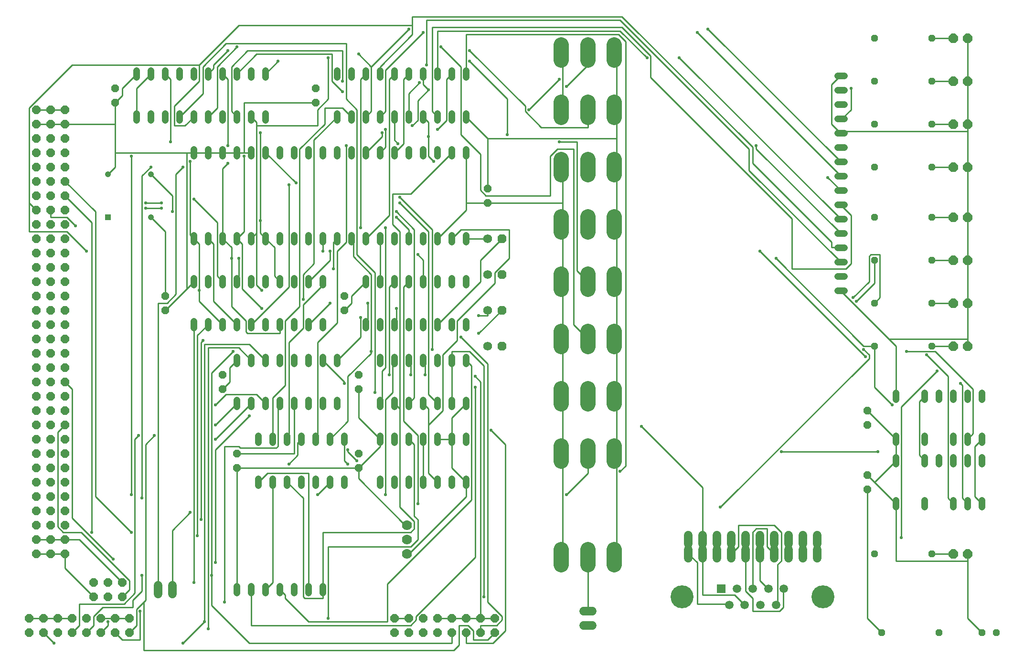
<source format=gbr>
G04 EAGLE Gerber RS-274X export*
G75*
%MOMM*%
%FSLAX34Y34*%
%LPD*%
%INTop Copper*%
%IPPOS*%
%AMOC8*
5,1,8,0,0,1.08239X$1,22.5*%
G01*
%ADD10P,1.649562X8X202.500000*%
%ADD11P,1.319650X8X202.500000*%
%ADD12C,1.219200*%
%ADD13C,1.500000*%
%ADD14R,1.500000X1.500000*%
%ADD15C,4.066000*%
%ADD16P,1.814519X8X22.500000*%
%ADD17C,2.705100*%
%ADD18P,1.649562X8X22.500000*%
%ADD19C,1.050000*%
%ADD20R,1.050000X1.050000*%
%ADD21C,1.524000*%
%ADD22C,1.200000*%
%ADD23C,1.778000*%
%ADD24P,1.704548X8X22.500000*%
%ADD25C,1.574800*%
%ADD26P,1.539592X8X112.500000*%
%ADD27C,0.254000*%
%ADD28C,0.558800*%


D10*
X50800Y177800D03*
X50800Y203200D03*
X50800Y228600D03*
X50800Y254000D03*
X50800Y279400D03*
X50800Y304800D03*
X50800Y330200D03*
X50800Y355600D03*
X50800Y381000D03*
X50800Y406400D03*
X50800Y431800D03*
X50800Y457200D03*
X50800Y482600D03*
X50800Y508000D03*
X50800Y533400D03*
X50800Y558800D03*
X76200Y177800D03*
X76200Y203200D03*
X76200Y228600D03*
X76200Y254000D03*
X76200Y279400D03*
X76200Y304800D03*
X76200Y330200D03*
X76200Y355600D03*
X76200Y381000D03*
X76200Y406400D03*
X76200Y431800D03*
X76200Y457200D03*
X76200Y482600D03*
X76200Y508000D03*
X76200Y533400D03*
X76200Y558800D03*
X101600Y177800D03*
X101600Y203200D03*
X101600Y228600D03*
X101600Y254000D03*
X101600Y279400D03*
X101600Y304800D03*
X101600Y330200D03*
X101600Y355600D03*
X101600Y381000D03*
X101600Y406400D03*
X101600Y431800D03*
X101600Y457200D03*
X101600Y482600D03*
X101600Y508000D03*
X101600Y533400D03*
X101600Y558800D03*
X50800Y584200D03*
X50800Y609600D03*
X50800Y635000D03*
X50800Y660400D03*
X50800Y685800D03*
X50800Y711200D03*
X50800Y736600D03*
X50800Y762000D03*
X50800Y787400D03*
X50800Y812800D03*
X50800Y838200D03*
X50800Y863600D03*
X50800Y889000D03*
X50800Y914400D03*
X50800Y939800D03*
X50800Y965200D03*
X76200Y584200D03*
X76200Y609600D03*
X76200Y635000D03*
X76200Y660400D03*
X76200Y685800D03*
X76200Y711200D03*
X76200Y736600D03*
X76200Y762000D03*
X76200Y787400D03*
X76200Y812800D03*
X76200Y838200D03*
X76200Y863600D03*
X76200Y889000D03*
X76200Y914400D03*
X76200Y939800D03*
X76200Y965200D03*
X101600Y584200D03*
X101600Y609600D03*
X101600Y635000D03*
X101600Y660400D03*
X101600Y685800D03*
X101600Y711200D03*
X101600Y736600D03*
X101600Y762000D03*
X101600Y787400D03*
X101600Y812800D03*
X101600Y838200D03*
X101600Y863600D03*
X101600Y889000D03*
X101600Y914400D03*
X101600Y939800D03*
X101600Y965200D03*
D11*
X1752600Y38100D03*
X1727200Y38100D03*
X1651000Y38100D03*
X1549400Y38100D03*
D12*
X330200Y730504D02*
X330200Y742696D01*
X355600Y742696D02*
X355600Y730504D01*
X482600Y730504D02*
X482600Y742696D01*
X508000Y742696D02*
X508000Y730504D01*
X381000Y730504D02*
X381000Y742696D01*
X406400Y742696D02*
X406400Y730504D01*
X457200Y730504D02*
X457200Y742696D01*
X431800Y742696D02*
X431800Y730504D01*
X533400Y730504D02*
X533400Y742696D01*
X558800Y742696D02*
X558800Y730504D01*
X584200Y730504D02*
X584200Y742696D01*
X609600Y742696D02*
X609600Y730504D01*
X635000Y730504D02*
X635000Y742696D01*
X660400Y742696D02*
X660400Y730504D01*
X685800Y730504D02*
X685800Y742696D01*
X711200Y742696D02*
X711200Y730504D01*
X736600Y730504D02*
X736600Y742696D01*
X762000Y742696D02*
X762000Y730504D01*
X787400Y730504D02*
X787400Y742696D01*
X812800Y742696D02*
X812800Y730504D01*
X812800Y882904D02*
X812800Y895096D01*
X787400Y895096D02*
X787400Y882904D01*
X762000Y882904D02*
X762000Y895096D01*
X736600Y895096D02*
X736600Y882904D01*
X711200Y882904D02*
X711200Y895096D01*
X685800Y895096D02*
X685800Y882904D01*
X660400Y882904D02*
X660400Y895096D01*
X635000Y895096D02*
X635000Y882904D01*
X609600Y882904D02*
X609600Y895096D01*
X584200Y895096D02*
X584200Y882904D01*
X558800Y882904D02*
X558800Y895096D01*
X533400Y895096D02*
X533400Y882904D01*
X508000Y882904D02*
X508000Y895096D01*
X482600Y895096D02*
X482600Y882904D01*
X457200Y882904D02*
X457200Y895096D01*
X431800Y895096D02*
X431800Y882904D01*
X406400Y882904D02*
X406400Y895096D01*
X381000Y895096D02*
X381000Y882904D01*
X355600Y882904D02*
X355600Y895096D01*
X330200Y895096D02*
X330200Y882904D01*
X635000Y590296D02*
X635000Y578104D01*
X660400Y578104D02*
X660400Y590296D01*
X787400Y590296D02*
X787400Y578104D01*
X812800Y578104D02*
X812800Y590296D01*
X685800Y590296D02*
X685800Y578104D01*
X711200Y578104D02*
X711200Y590296D01*
X762000Y590296D02*
X762000Y578104D01*
X736600Y578104D02*
X736600Y590296D01*
X812800Y654304D02*
X812800Y666496D01*
X787400Y666496D02*
X787400Y654304D01*
X762000Y654304D02*
X762000Y666496D01*
X736600Y666496D02*
X736600Y654304D01*
X711200Y654304D02*
X711200Y666496D01*
X685800Y666496D02*
X685800Y654304D01*
X660400Y654304D02*
X660400Y666496D01*
X635000Y666496D02*
X635000Y654304D01*
D13*
X1279250Y87400D03*
X1306950Y87400D03*
X1334650Y87400D03*
X1362350Y87400D03*
X1376200Y115800D03*
X1348500Y115800D03*
X1320800Y115800D03*
X1293100Y115800D03*
D14*
X1265400Y115800D03*
D15*
X1195850Y101600D03*
X1445750Y101600D03*
D16*
X1676400Y177800D03*
X1701800Y177800D03*
D17*
X1075690Y342075D02*
X1075690Y369126D01*
X1028700Y369126D02*
X1028700Y342075D01*
X981710Y342075D02*
X981710Y369126D01*
X1075690Y443675D02*
X1075690Y470726D01*
X1028700Y470726D02*
X1028700Y443675D01*
X981710Y443675D02*
X981710Y470726D01*
X1075690Y545275D02*
X1075690Y572326D01*
X1028700Y572326D02*
X1028700Y545275D01*
X981710Y545275D02*
X981710Y572326D01*
X1075690Y646875D02*
X1075690Y673926D01*
X1028700Y673926D02*
X1028700Y646875D01*
X981710Y646875D02*
X981710Y673926D01*
X1075690Y748475D02*
X1075690Y775526D01*
X1028700Y775526D02*
X1028700Y748475D01*
X981710Y748475D02*
X981710Y775526D01*
X1075690Y850075D02*
X1075690Y877126D01*
X1028700Y877126D02*
X1028700Y850075D01*
X981710Y850075D02*
X981710Y877126D01*
X1075690Y951675D02*
X1075690Y978726D01*
X1028700Y978726D02*
X1028700Y951675D01*
X981710Y951675D02*
X981710Y978726D01*
X1075690Y1053275D02*
X1075690Y1080326D01*
X1028700Y1080326D02*
X1028700Y1053275D01*
X981710Y1053275D02*
X981710Y1080326D01*
D12*
X228600Y958596D02*
X228600Y946404D01*
X254000Y946404D02*
X254000Y958596D01*
X381000Y958596D02*
X381000Y946404D01*
X406400Y946404D02*
X406400Y958596D01*
X279400Y958596D02*
X279400Y946404D01*
X304800Y946404D02*
X304800Y958596D01*
X355600Y958596D02*
X355600Y946404D01*
X330200Y946404D02*
X330200Y958596D01*
X431800Y958596D02*
X431800Y946404D01*
X457200Y946404D02*
X457200Y958596D01*
X457200Y1022604D02*
X457200Y1034796D01*
X431800Y1034796D02*
X431800Y1022604D01*
X406400Y1022604D02*
X406400Y1034796D01*
X381000Y1034796D02*
X381000Y1022604D01*
X355600Y1022604D02*
X355600Y1034796D01*
X330200Y1034796D02*
X330200Y1022604D01*
X304800Y1022604D02*
X304800Y1034796D01*
X279400Y1034796D02*
X279400Y1022604D01*
X254000Y1022604D02*
X254000Y1034796D01*
X228600Y1034796D02*
X228600Y1022604D01*
D11*
X1638300Y177800D03*
X1536700Y177800D03*
D16*
X1676400Y546100D03*
X1701800Y546100D03*
X1676400Y622300D03*
X1701800Y622300D03*
X1676400Y698500D03*
X1701800Y698500D03*
X1676400Y774700D03*
X1701800Y774700D03*
X1676400Y863600D03*
X1701800Y863600D03*
X1676400Y939800D03*
X1701800Y939800D03*
X1676400Y1016000D03*
X1701800Y1016000D03*
X1676400Y1092200D03*
X1701800Y1092200D03*
D11*
X1638300Y546100D03*
X1536700Y546100D03*
X1638300Y622300D03*
X1536700Y622300D03*
X1638300Y698500D03*
X1536700Y698500D03*
X1638300Y774700D03*
X1536700Y774700D03*
X1638300Y863600D03*
X1536700Y863600D03*
X1638300Y939800D03*
X1536700Y939800D03*
X1638300Y1016000D03*
X1536700Y1016000D03*
X1638300Y1092200D03*
X1536700Y1092200D03*
D12*
X330200Y590296D02*
X330200Y578104D01*
X355600Y578104D02*
X355600Y590296D01*
X482600Y590296D02*
X482600Y578104D01*
X508000Y578104D02*
X508000Y590296D01*
X381000Y590296D02*
X381000Y578104D01*
X406400Y578104D02*
X406400Y590296D01*
X457200Y590296D02*
X457200Y578104D01*
X431800Y578104D02*
X431800Y590296D01*
X533400Y590296D02*
X533400Y578104D01*
X558800Y578104D02*
X558800Y590296D01*
X558800Y654304D02*
X558800Y666496D01*
X533400Y666496D02*
X533400Y654304D01*
X508000Y654304D02*
X508000Y666496D01*
X482600Y666496D02*
X482600Y654304D01*
X457200Y654304D02*
X457200Y666496D01*
X431800Y666496D02*
X431800Y654304D01*
X406400Y654304D02*
X406400Y666496D01*
X381000Y666496D02*
X381000Y654304D01*
X355600Y654304D02*
X355600Y666496D01*
X330200Y666496D02*
X330200Y654304D01*
X1727200Y348996D02*
X1727200Y336804D01*
X1701800Y336804D02*
X1701800Y348996D01*
X1676400Y348996D02*
X1676400Y336804D01*
X1651000Y336804D02*
X1651000Y348996D01*
X1625600Y348996D02*
X1625600Y336804D01*
X1574800Y336804D02*
X1574800Y348996D01*
X1574800Y272796D02*
X1574800Y260604D01*
X1625600Y260604D02*
X1625600Y272796D01*
X1676400Y272796D02*
X1676400Y260604D01*
X1701800Y260604D02*
X1701800Y272796D01*
X1727200Y272796D02*
X1727200Y260604D01*
X1727200Y451104D02*
X1727200Y463296D01*
X1701800Y463296D02*
X1701800Y451104D01*
X1676400Y451104D02*
X1676400Y463296D01*
X1651000Y463296D02*
X1651000Y451104D01*
X1625600Y451104D02*
X1625600Y463296D01*
X1574800Y463296D02*
X1574800Y451104D01*
X1574800Y387096D02*
X1574800Y374904D01*
X1625600Y374904D02*
X1625600Y387096D01*
X1676400Y387096D02*
X1676400Y374904D01*
X1701800Y374904D02*
X1701800Y387096D01*
X1727200Y387096D02*
X1727200Y374904D01*
X406400Y438404D02*
X406400Y450596D01*
X431800Y450596D02*
X431800Y438404D01*
X558800Y438404D02*
X558800Y450596D01*
X584200Y450596D02*
X584200Y438404D01*
X457200Y438404D02*
X457200Y450596D01*
X482600Y450596D02*
X482600Y438404D01*
X533400Y438404D02*
X533400Y450596D01*
X508000Y450596D02*
X508000Y438404D01*
X584200Y514604D02*
X584200Y526796D01*
X558800Y526796D02*
X558800Y514604D01*
X533400Y514604D02*
X533400Y526796D01*
X508000Y526796D02*
X508000Y514604D01*
X482600Y514604D02*
X482600Y526796D01*
X457200Y526796D02*
X457200Y514604D01*
X431800Y514604D02*
X431800Y526796D01*
X406400Y526796D02*
X406400Y514604D01*
D18*
X152400Y101600D03*
X152400Y127000D03*
X177800Y101600D03*
X177800Y127000D03*
X203200Y101600D03*
X203200Y127000D03*
D19*
X177800Y850900D03*
X254000Y850900D03*
X254000Y774700D03*
D20*
X177800Y774700D03*
D17*
X1075690Y184976D02*
X1075690Y157925D01*
X1028700Y157925D02*
X1028700Y184976D01*
X981710Y184976D02*
X981710Y157925D01*
D21*
X1021080Y50800D02*
X1036320Y50800D01*
X1036320Y76200D02*
X1021080Y76200D01*
D22*
X1471600Y1024900D02*
X1483600Y1024900D01*
X1483600Y999500D02*
X1471600Y999500D01*
X1471600Y974100D02*
X1483600Y974100D01*
X1483600Y948700D02*
X1471600Y948700D01*
X1471600Y923300D02*
X1483600Y923300D01*
X1483600Y897900D02*
X1471600Y897900D01*
X1471600Y872500D02*
X1483600Y872500D01*
X1483600Y847100D02*
X1471600Y847100D01*
X1471600Y821700D02*
X1483600Y821700D01*
X1483600Y796300D02*
X1471600Y796300D01*
X1471600Y770900D02*
X1483600Y770900D01*
X1483600Y745500D02*
X1471600Y745500D01*
X1471600Y720100D02*
X1483600Y720100D01*
X1483600Y694700D02*
X1471600Y694700D01*
X1471600Y669300D02*
X1483600Y669300D01*
X1483600Y643900D02*
X1471600Y643900D01*
D12*
X584200Y946404D02*
X584200Y958596D01*
X609600Y958596D02*
X609600Y946404D01*
X736600Y946404D02*
X736600Y958596D01*
X762000Y958596D02*
X762000Y946404D01*
X635000Y946404D02*
X635000Y958596D01*
X660400Y958596D02*
X660400Y946404D01*
X711200Y946404D02*
X711200Y958596D01*
X685800Y958596D02*
X685800Y946404D01*
X787400Y946404D02*
X787400Y958596D01*
X812800Y958596D02*
X812800Y946404D01*
X812800Y1022604D02*
X812800Y1034796D01*
X787400Y1034796D02*
X787400Y1022604D01*
X762000Y1022604D02*
X762000Y1034796D01*
X736600Y1034796D02*
X736600Y1022604D01*
X711200Y1022604D02*
X711200Y1034796D01*
X685800Y1034796D02*
X685800Y1022604D01*
X660400Y1022604D02*
X660400Y1034796D01*
X635000Y1034796D02*
X635000Y1022604D01*
X609600Y1022604D02*
X609600Y1034796D01*
X584200Y1034796D02*
X584200Y1022604D01*
X660400Y310896D02*
X660400Y298704D01*
X685800Y298704D02*
X685800Y310896D01*
X812800Y310896D02*
X812800Y298704D01*
X812800Y374904D02*
X812800Y387096D01*
X711200Y310896D02*
X711200Y298704D01*
X736600Y298704D02*
X736600Y310896D01*
X787400Y310896D02*
X787400Y298704D01*
X762000Y298704D02*
X762000Y310896D01*
X787400Y374904D02*
X787400Y387096D01*
X762000Y387096D02*
X762000Y374904D01*
X736600Y374904D02*
X736600Y387096D01*
X711200Y387096D02*
X711200Y374904D01*
X685800Y374904D02*
X685800Y387096D01*
X660400Y387096D02*
X660400Y374904D01*
D10*
X215900Y63500D03*
X215900Y38100D03*
X190500Y63500D03*
X190500Y38100D03*
X165100Y63500D03*
X165100Y38100D03*
X139700Y63500D03*
X139700Y38100D03*
X114300Y63500D03*
X114300Y38100D03*
X88900Y63500D03*
X88900Y38100D03*
X63500Y63500D03*
X63500Y38100D03*
X38100Y63500D03*
X38100Y38100D03*
D23*
X708025Y203200D03*
X708025Y228600D03*
X708025Y177800D03*
D10*
X863600Y63500D03*
X863600Y38100D03*
X838200Y63500D03*
X838200Y38100D03*
X812800Y63500D03*
X812800Y38100D03*
X787400Y63500D03*
X787400Y38100D03*
X762000Y63500D03*
X762000Y38100D03*
X736600Y63500D03*
X736600Y38100D03*
X711200Y63500D03*
X711200Y38100D03*
X685800Y63500D03*
X685800Y38100D03*
D12*
X444500Y298704D02*
X444500Y310896D01*
X469900Y310896D02*
X469900Y298704D01*
X596900Y298704D02*
X596900Y310896D01*
X596900Y374904D02*
X596900Y387096D01*
X495300Y310896D02*
X495300Y298704D01*
X520700Y298704D02*
X520700Y310896D01*
X571500Y310896D02*
X571500Y298704D01*
X546100Y298704D02*
X546100Y310896D01*
X571500Y374904D02*
X571500Y387096D01*
X546100Y387096D02*
X546100Y374904D01*
X520700Y374904D02*
X520700Y387096D01*
X495300Y387096D02*
X495300Y374904D01*
X469900Y374904D02*
X469900Y387096D01*
X444500Y387096D02*
X444500Y374904D01*
D21*
X1206500Y185420D02*
X1206500Y170180D01*
X1231900Y170180D02*
X1231900Y185420D01*
X1257300Y185420D02*
X1257300Y170180D01*
X1282700Y170180D02*
X1282700Y185420D01*
X1308100Y185420D02*
X1308100Y170180D01*
X1333500Y170180D02*
X1333500Y185420D01*
X1358900Y185420D02*
X1358900Y170180D01*
X1384300Y170180D02*
X1384300Y185420D01*
X1409700Y185420D02*
X1409700Y170180D01*
X1435100Y170180D02*
X1435100Y185420D01*
X1206500Y195580D02*
X1206500Y210820D01*
X1231900Y210820D02*
X1231900Y195580D01*
X1257300Y195580D02*
X1257300Y210820D01*
X1282700Y210820D02*
X1282700Y195580D01*
X1308100Y195580D02*
X1308100Y210820D01*
X1333500Y210820D02*
X1333500Y195580D01*
X1358900Y195580D02*
X1358900Y210820D01*
X1384300Y210820D02*
X1384300Y195580D01*
X1409700Y195580D02*
X1409700Y210820D01*
X1435100Y210820D02*
X1435100Y195580D01*
D24*
X876300Y673100D03*
D25*
X850900Y673100D03*
D24*
X876300Y609600D03*
D25*
X850900Y609600D03*
D24*
X876300Y546100D03*
D25*
X850900Y546100D03*
D24*
X876300Y736600D03*
D25*
X850900Y736600D03*
D26*
X1524000Y406400D03*
X1524000Y431800D03*
X1524000Y292100D03*
X1524000Y317500D03*
X850900Y800100D03*
X850900Y825500D03*
X596900Y609600D03*
X596900Y635000D03*
X381000Y469900D03*
X381000Y495300D03*
X622300Y469900D03*
X622300Y495300D03*
X622300Y330200D03*
X622300Y355600D03*
X406400Y330200D03*
X406400Y355600D03*
X279400Y609600D03*
X279400Y635000D03*
X546100Y977900D03*
X546100Y1003300D03*
X190500Y977900D03*
X190500Y1003300D03*
D21*
X266700Y121920D02*
X266700Y106680D01*
X292100Y106680D02*
X292100Y121920D01*
D12*
X660400Y438404D02*
X660400Y450596D01*
X685800Y450596D02*
X685800Y438404D01*
X812800Y438404D02*
X812800Y450596D01*
X812800Y514604D02*
X812800Y526796D01*
X711200Y450596D02*
X711200Y438404D01*
X736600Y438404D02*
X736600Y450596D01*
X787400Y450596D02*
X787400Y438404D01*
X762000Y438404D02*
X762000Y450596D01*
X787400Y514604D02*
X787400Y526796D01*
X762000Y526796D02*
X762000Y514604D01*
X736600Y514604D02*
X736600Y526796D01*
X711200Y526796D02*
X711200Y514604D01*
X685800Y514604D02*
X685800Y526796D01*
X660400Y526796D02*
X660400Y514604D01*
X406400Y120396D02*
X406400Y108204D01*
X431800Y108204D02*
X431800Y120396D01*
X457200Y120396D02*
X457200Y108204D01*
X482600Y108204D02*
X482600Y120396D01*
X508000Y120396D02*
X508000Y108204D01*
X533400Y108204D02*
X533400Y120396D01*
X558800Y120396D02*
X558800Y108204D01*
D27*
X1701800Y558800D02*
X1701800Y622300D01*
X1701800Y558800D02*
X1701800Y546100D01*
X1701800Y698500D02*
X1701800Y774700D01*
X1701800Y698500D02*
X1701800Y622300D01*
X1701800Y1016000D02*
X1701800Y1092200D01*
X1473200Y927100D02*
X1460500Y939800D01*
X1460500Y1009650D01*
X1473200Y1022350D01*
X1473200Y927100D02*
X1477600Y923300D01*
X1473200Y1022350D02*
X1477600Y1024900D01*
X1701800Y939800D02*
X1701800Y927100D01*
X1701800Y863600D01*
X1701800Y927100D02*
X1479550Y927100D01*
X1477600Y923300D01*
X1701800Y939800D02*
X1701800Y1016000D01*
X1701800Y863600D02*
X1701800Y774700D01*
X1562100Y558800D02*
X1574800Y546100D01*
X1562100Y558800D02*
X1479550Y641350D01*
X1574800Y546100D02*
X1574800Y457200D01*
X1479550Y641350D02*
X1477600Y643900D01*
X1701800Y63500D02*
X1727200Y38100D01*
X1701800Y165100D02*
X1701800Y177800D01*
X1701800Y165100D02*
X1701800Y63500D01*
X1574800Y342900D02*
X1574800Y381000D01*
X1524000Y317500D02*
X1536700Y304800D01*
X1574800Y266700D01*
X1536700Y304800D02*
X1574800Y342900D01*
X1574800Y165100D02*
X1701800Y165100D01*
X1574800Y165100D02*
X1574800Y266700D01*
X1574800Y381000D02*
X1524000Y431800D01*
X1562100Y558800D02*
X1701800Y558800D01*
X787400Y381000D02*
X762000Y381000D01*
X787400Y330200D02*
X812800Y304800D01*
X787400Y330200D02*
X787400Y381000D01*
X787400Y419100D02*
X812800Y444500D01*
X787400Y419100D02*
X787400Y381000D01*
X812800Y279400D02*
X711200Y177800D01*
X812800Y279400D02*
X812800Y304800D01*
X711200Y177800D02*
X708025Y177800D01*
X76200Y177800D02*
X50800Y177800D01*
X76200Y177800D02*
X101600Y177800D01*
X101600Y152400D02*
X152400Y101600D01*
X101600Y152400D02*
X101600Y177800D01*
X406400Y355600D02*
X508000Y355600D01*
X508000Y444500D01*
X1079500Y914400D02*
X1079500Y965200D01*
X1079500Y914400D02*
X1079500Y863600D01*
X1079500Y965200D02*
X1079500Y1066800D01*
X1075690Y1066800D01*
X1075690Y965200D02*
X1079500Y965200D01*
X1079500Y762000D02*
X1079500Y660400D01*
X1079500Y558800D02*
X1079500Y457200D01*
X1079500Y355600D02*
X1079500Y171450D01*
X1075690Y171450D01*
X1079500Y355600D02*
X1079500Y457200D01*
X1075690Y457200D01*
X1075690Y355600D02*
X1079500Y355600D01*
X1079500Y558800D02*
X1079500Y660400D01*
X1075690Y660400D01*
X1075690Y558800D02*
X1079500Y558800D01*
X1079500Y762000D02*
X1079500Y863600D01*
X1075690Y863600D01*
X1075690Y762000D02*
X1079500Y762000D01*
X76200Y965200D02*
X50800Y965200D01*
X76200Y965200D02*
X101600Y965200D01*
X812800Y736600D02*
X850900Y736600D01*
X850900Y914400D02*
X812800Y952500D01*
X850900Y914400D02*
X850900Y825500D01*
X279400Y749300D02*
X254000Y774700D01*
X279400Y749300D02*
X279400Y635000D01*
X660400Y660400D02*
X660400Y736600D01*
X850900Y914400D02*
X1079500Y914400D01*
X1714500Y279400D02*
X1727200Y266700D01*
X1714500Y279400D02*
X1714500Y368300D01*
X1727200Y381000D01*
X1524000Y63500D02*
X1549400Y38100D01*
X1524000Y63500D02*
X1524000Y292100D01*
X984250Y355600D02*
X984250Y171450D01*
X981710Y171450D01*
X984250Y457200D02*
X984250Y558800D01*
X984250Y457200D02*
X984250Y355600D01*
X981710Y355600D01*
X981710Y457200D02*
X984250Y457200D01*
X762000Y736600D02*
X812800Y787400D01*
X812800Y800100D02*
X812800Y889000D01*
X812800Y800100D02*
X812800Y787400D01*
X812800Y800100D02*
X850900Y800100D01*
X984250Y965200D02*
X984250Y1066800D01*
X984250Y965200D02*
X981710Y965200D01*
X981710Y1066800D02*
X984250Y1066800D01*
X984250Y762000D02*
X984250Y660400D01*
X984250Y762000D02*
X984250Y800100D01*
X984250Y863600D01*
X981710Y863600D01*
X981710Y762000D02*
X984250Y762000D01*
X984250Y800100D02*
X850900Y800100D01*
X984250Y660400D02*
X984250Y558800D01*
X981710Y558800D01*
X981710Y660400D02*
X984250Y660400D01*
X76200Y939800D02*
X50800Y939800D01*
X76200Y939800D02*
X101600Y939800D01*
X190500Y863600D02*
X177800Y850900D01*
X190500Y939800D02*
X190500Y977900D01*
X190500Y939800D02*
X190500Y889000D01*
X190500Y863600D01*
X203200Y1003300D02*
X228600Y1028700D01*
X203200Y1003300D02*
X203200Y990600D01*
X190500Y977900D01*
X190500Y939800D02*
X101600Y939800D01*
X330200Y889000D02*
X355600Y889000D01*
X381000Y889000D01*
X406400Y889000D01*
X419100Y889000D01*
X431800Y889000D01*
X419100Y977900D02*
X546100Y977900D01*
X419100Y977900D02*
X419100Y889000D01*
X330200Y889000D02*
X317500Y889000D01*
X190500Y889000D01*
X609600Y635000D02*
X635000Y660400D01*
X609600Y635000D02*
X609600Y622300D01*
X596900Y609600D01*
X622300Y419100D02*
X660400Y381000D01*
X622300Y419100D02*
X622300Y469900D01*
X660400Y368300D02*
X622300Y330200D01*
X660400Y368300D02*
X660400Y381000D01*
X622300Y311150D02*
X704850Y228600D01*
X622300Y311150D02*
X622300Y330200D01*
X704850Y228600D02*
X708025Y228600D01*
X76200Y203200D02*
X50800Y203200D01*
X76200Y203200D02*
X101600Y203200D01*
X127000Y203200D02*
X203200Y127000D01*
X127000Y203200D02*
X101600Y203200D01*
X279400Y609600D02*
X317500Y647700D01*
X330200Y660400D01*
X406400Y520700D02*
X393700Y508000D01*
X393700Y482600D01*
X381000Y469900D01*
X406400Y330200D02*
X406400Y114300D01*
X406400Y330200D02*
X622300Y330200D01*
X317500Y647700D02*
X317500Y889000D01*
X339725Y625475D02*
X381000Y584200D01*
X339725Y644525D02*
X339725Y727075D01*
X339725Y644525D02*
X339725Y625475D01*
X339725Y727075D02*
X330200Y736600D01*
X1241425Y1108075D02*
X1476375Y873125D01*
X711200Y1108075D02*
X644525Y1041400D01*
X644525Y962025D01*
X635000Y952500D01*
X1476375Y873125D02*
X1477600Y872500D01*
X644525Y1041400D02*
X622300Y1063625D01*
X323850Y742950D02*
X330200Y736600D01*
X323850Y742950D02*
X323850Y873125D01*
X288925Y908050D02*
X288925Y1019175D01*
X279400Y1028700D01*
D28*
X339725Y644525D03*
X1241425Y1108075D03*
X711200Y1108075D03*
X622300Y1063625D03*
X323850Y873125D03*
X288925Y908050D03*
D27*
X365125Y625475D02*
X406400Y584200D01*
X365125Y625475D02*
X365125Y727075D01*
X355600Y736600D01*
X1222375Y1101725D02*
X1476375Y847725D01*
X736600Y1101725D02*
X669925Y1035050D01*
X669925Y962025D01*
X660400Y952500D01*
X1476375Y847725D02*
X1477600Y847100D01*
D28*
X1222375Y1101725D03*
X736600Y1101725D03*
D27*
X415925Y647700D02*
X450850Y612775D01*
X415925Y647700D02*
X415925Y727075D01*
X406400Y736600D01*
X1479550Y793750D02*
X1495425Y777875D01*
X1495425Y692150D01*
X1485900Y682625D01*
X1390650Y682625D01*
X1390650Y771525D01*
X1139825Y1022350D01*
X1139825Y1060450D01*
X1089025Y1111250D01*
X752475Y1111250D01*
X752475Y962025D01*
X762000Y952500D01*
X1477600Y796300D02*
X1479550Y793750D01*
X419100Y749300D02*
X406400Y736600D01*
X419100Y749300D02*
X419100Y882650D01*
D28*
X450850Y612775D03*
X419100Y882650D03*
D27*
X441325Y746125D02*
X431800Y736600D01*
X441325Y936625D02*
X441325Y942975D01*
X441325Y936625D02*
X441325Y746125D01*
X441325Y942975D02*
X431800Y952500D01*
X441325Y654050D02*
X450850Y644525D01*
X441325Y654050D02*
X441325Y746125D01*
X1190625Y1057275D02*
X1476375Y771525D01*
X1133475Y1057275D02*
X1085850Y1104900D01*
X762000Y1104900D01*
X762000Y1028700D01*
X1476375Y771525D02*
X1477600Y770900D01*
X549275Y936625D02*
X441325Y936625D01*
X549275Y936625D02*
X549275Y965200D01*
X568325Y984250D01*
X568325Y1057275D01*
D28*
X450850Y644525D03*
X1190625Y1057275D03*
X1133475Y1057275D03*
X568325Y1057275D03*
D27*
X473075Y669925D02*
X482600Y660400D01*
X473075Y669925D02*
X473075Y720725D01*
X457200Y736600D01*
X447675Y746125D02*
X447675Y768350D01*
X447675Y923925D01*
X447675Y746125D02*
X457200Y736600D01*
X1327150Y895350D02*
X1476375Y746125D01*
X1327150Y895350D02*
X1327150Y901700D01*
X746125Y1000125D02*
X736600Y1009650D01*
X736600Y1028700D01*
X1476375Y746125D02*
X1477600Y745500D01*
X727075Y946150D02*
X717550Y936625D01*
X727075Y946150D02*
X727075Y981075D01*
X746125Y1000125D01*
D28*
X447675Y923925D03*
X447675Y768350D03*
X1327150Y901700D03*
X746125Y1000125D03*
X717550Y936625D03*
D27*
X409575Y663575D02*
X406400Y660400D01*
X409575Y663575D02*
X409575Y701675D01*
X1460500Y720725D02*
X1476375Y720725D01*
X1460500Y720725D02*
X1460500Y730250D01*
X1320800Y869950D01*
X1320800Y898525D01*
X1089025Y1130300D01*
X717550Y1130300D01*
X717550Y1114425D02*
X717550Y1098550D01*
X717550Y1114425D02*
X717550Y1130300D01*
X717550Y1098550D02*
X660400Y1041400D01*
X660400Y1028700D01*
X1476375Y720725D02*
X1477600Y720100D01*
X330200Y952500D02*
X314325Y936625D01*
X295275Y936625D01*
X295275Y971550D01*
X339725Y1016000D01*
X339725Y1044575D01*
X409575Y1114425D01*
X717550Y1114425D01*
X50800Y787400D02*
X38100Y800100D01*
X38100Y968375D01*
X114300Y1044575D01*
X339725Y1044575D01*
X104775Y749300D02*
X139700Y714375D01*
X104775Y749300D02*
X38100Y749300D01*
X38100Y800100D01*
D28*
X409575Y701675D03*
X139700Y714375D03*
D27*
X381000Y736600D02*
X396875Y720725D01*
X396875Y701675D02*
X396875Y615950D01*
X396875Y701675D02*
X396875Y720725D01*
X396875Y615950D02*
X422275Y590550D01*
X422275Y571500D01*
X425450Y568325D01*
X482600Y568325D01*
X482600Y584200D01*
X390525Y1019175D02*
X381000Y1028700D01*
X390525Y1019175D02*
X390525Y901700D01*
X390525Y869950D02*
X381000Y860425D01*
X381000Y736600D01*
X1454150Y844550D02*
X1476375Y822325D01*
X755650Y873125D02*
X746125Y882650D01*
X746125Y917575D02*
X746125Y942975D01*
X746125Y917575D02*
X746125Y882650D01*
X746125Y942975D02*
X736600Y952500D01*
X1476375Y822325D02*
X1477600Y821700D01*
D28*
X390525Y901700D03*
X390525Y869950D03*
X396875Y701675D03*
X1454150Y844550D03*
X755650Y873125D03*
X746125Y917575D03*
D27*
X371475Y765175D02*
X330200Y806450D01*
X371475Y765175D02*
X371475Y669925D01*
X381000Y660400D01*
X1314450Y857250D02*
X1476375Y695325D01*
X1314450Y857250D02*
X1314450Y895350D01*
X1085850Y1123950D01*
X742950Y1123950D01*
X742950Y1044575D01*
X1476375Y695325D02*
X1477600Y694700D01*
X625475Y755650D02*
X625475Y1019175D01*
X635000Y1028700D01*
D28*
X330200Y806450D03*
X742950Y1044575D03*
X625475Y755650D03*
D27*
X720725Y454025D02*
X711200Y444500D01*
X720725Y454025D02*
X720725Y752475D01*
X688975Y784225D01*
X273050Y790575D02*
X244475Y790575D01*
D28*
X688975Y784225D03*
X273050Y790575D03*
X244475Y790575D03*
D27*
X406400Y444500D02*
X368300Y406400D01*
D28*
X368300Y406400D03*
D27*
X368300Y381000D02*
X431800Y444500D01*
D28*
X368300Y381000D03*
D27*
X441325Y460375D02*
X457200Y444500D01*
X441325Y460375D02*
X387350Y460375D01*
X368300Y441325D01*
D28*
X368300Y441325D03*
D27*
X101600Y406400D02*
X88900Y393700D01*
X88900Y225425D01*
X98425Y215900D01*
X130175Y215900D01*
X215900Y130175D01*
X215900Y114300D01*
X203200Y101600D01*
X187325Y168275D02*
X114300Y241300D01*
X114300Y469900D01*
X101600Y482600D01*
X711200Y520700D02*
X714375Y517525D01*
X714375Y495300D01*
X828675Y473075D02*
X828675Y171450D01*
X723900Y66675D01*
X723900Y60325D01*
X714375Y50800D01*
X431800Y50800D01*
X431800Y114300D01*
D28*
X187325Y168275D03*
X714375Y495300D03*
X828675Y473075D03*
D27*
X762000Y444500D02*
X746125Y460375D01*
X746125Y749300D01*
X695325Y800100D01*
X273050Y800100D02*
X244475Y800100D01*
D28*
X695325Y800100D03*
X273050Y800100D03*
X244475Y800100D03*
D27*
X155575Y279400D02*
X219075Y215900D01*
X155575Y279400D02*
X155575Y784225D01*
X101600Y838200D01*
D28*
X219075Y215900D03*
D27*
X149225Y765175D02*
X101600Y812800D01*
X149225Y765175D02*
X149225Y215900D01*
D28*
X149225Y215900D03*
D27*
X660400Y444500D02*
X663575Y447675D01*
X663575Y501650D01*
X669925Y508000D01*
X669925Y755650D01*
X120650Y758825D02*
X104775Y774700D01*
X76200Y774700D01*
X76200Y787400D01*
D28*
X669925Y755650D03*
X120650Y758825D03*
D27*
X238125Y847725D02*
X254000Y863600D01*
X238125Y847725D02*
X238125Y276225D01*
X990600Y282575D02*
X1028700Y320675D01*
X1028700Y355600D01*
D28*
X254000Y863600D03*
X238125Y276225D03*
X990600Y282575D03*
D27*
X304800Y952500D02*
X346075Y993775D01*
X346075Y1041400D01*
X387350Y1082675D01*
X600075Y1082675D01*
X600075Y984250D01*
X619125Y965200D01*
X619125Y708025D01*
X650875Y676275D01*
X650875Y463550D01*
D28*
X650875Y463550D03*
D27*
X355600Y952500D02*
X371475Y968375D01*
X371475Y1041400D01*
X406400Y1076325D01*
X768350Y1076325D02*
X803275Y1041400D01*
X803275Y920750D01*
X838200Y885825D01*
X838200Y822325D01*
X847725Y812800D01*
X962025Y812800D01*
X962025Y882650D01*
X974725Y895350D01*
X1003300Y895350D01*
X1003300Y584200D01*
X1028700Y558800D01*
D28*
X406400Y1076325D03*
X768350Y1076325D03*
D27*
X406400Y952500D02*
X396875Y962025D01*
X396875Y1041400D01*
X425450Y1069975D01*
X593725Y1069975D01*
X593725Y1016000D01*
X977900Y908050D02*
X1009650Y908050D01*
X1009650Y679450D01*
X1028700Y660400D01*
D28*
X593725Y1016000D03*
X977900Y908050D03*
D27*
X479425Y1050925D02*
X457200Y1028700D01*
X819150Y1050925D02*
X885825Y984250D01*
X885825Y920750D01*
D28*
X479425Y1050925D03*
X819150Y1050925D03*
X885825Y920750D03*
D27*
X441325Y1063625D02*
X406400Y1028700D01*
X441325Y1063625D02*
X574675Y1063625D01*
X574675Y1016000D01*
X593725Y996950D01*
D28*
X593725Y996950D03*
D27*
X365125Y1038225D02*
X355600Y1028700D01*
X365125Y1038225D02*
X365125Y1044575D01*
X390525Y1069975D01*
X819150Y1069975D02*
X917575Y971550D01*
X917575Y962025D01*
X946150Y933450D01*
X1028700Y933450D01*
X1028700Y965200D01*
D28*
X390525Y1069975D03*
X819150Y1069975D03*
D27*
X990600Y1006475D02*
X1028700Y1044575D01*
X1028700Y1066800D01*
D28*
X990600Y1006475D03*
D27*
X1638300Y177800D02*
X1676400Y177800D01*
X1676400Y546100D02*
X1638300Y546100D01*
X1638300Y622300D02*
X1676400Y622300D01*
X1676400Y939800D02*
X1638300Y939800D01*
X1638300Y1092200D02*
X1676400Y1092200D01*
X1676400Y698500D02*
X1638300Y698500D01*
X1638300Y774700D02*
X1676400Y774700D01*
X1676400Y863600D02*
X1638300Y863600D01*
X1638300Y1016000D02*
X1676400Y1016000D01*
X1362075Y701675D02*
X1517650Y546100D01*
X1536700Y546100D01*
X1536700Y473075D02*
X1568450Y441325D01*
X1536700Y473075D02*
X1536700Y546100D01*
D28*
X1362075Y701675D03*
X1568450Y441325D03*
D27*
X1498600Y631825D02*
X1527175Y660400D01*
X1527175Y704850D01*
X1530350Y708025D01*
X1546225Y708025D01*
X1546225Y631825D01*
X1536700Y622300D01*
X1711325Y390525D02*
X1701800Y381000D01*
X1711325Y390525D02*
X1711325Y469900D01*
X1644650Y536575D01*
X1593850Y536575D01*
D28*
X1498600Y631825D03*
X1593850Y536575D03*
D27*
X1504950Y625475D02*
X1536700Y657225D01*
X1536700Y698500D01*
D28*
X1504950Y625475D03*
D27*
X571500Y698500D02*
X533400Y660400D01*
X571500Y698500D02*
X571500Y714375D01*
X1333500Y714375D02*
X1520825Y527050D01*
D28*
X571500Y714375D03*
X1333500Y714375D03*
X1520825Y527050D03*
D27*
X571500Y622300D02*
X533400Y584200D01*
X1628775Y530225D02*
X1666875Y492125D01*
X1666875Y276225D01*
X1676400Y266700D01*
D28*
X571500Y622300D03*
X1628775Y530225D03*
D27*
X346075Y555625D02*
X342900Y552450D01*
X342900Y238125D01*
X1689100Y479425D02*
X1692275Y476250D01*
X1692275Y276225D01*
X1701800Y266700D01*
D28*
X346075Y555625D03*
X342900Y238125D03*
X1689100Y479425D03*
D27*
X498475Y650875D02*
X431800Y584200D01*
X498475Y650875D02*
X498475Y831850D01*
X923925Y965200D02*
X977900Y1019175D01*
D28*
X498475Y831850D03*
X923925Y965200D03*
X977900Y1019175D03*
D27*
X355600Y584200D02*
X336550Y565150D01*
X336550Y209550D01*
D28*
X336550Y209550D03*
D27*
X1616075Y352425D02*
X1625600Y342900D01*
X1616075Y352425D02*
X1616075Y447675D01*
X1625600Y457200D01*
X498475Y384175D02*
X495300Y381000D01*
X498475Y384175D02*
X498475Y552450D01*
X523875Y577850D01*
X523875Y619125D01*
X558800Y654050D01*
X558800Y660400D01*
X1371600Y358775D02*
X1543050Y358775D01*
X619125Y342900D02*
X603250Y358775D01*
X603250Y361950D01*
D28*
X1543050Y358775D03*
X1371600Y358775D03*
X619125Y342900D03*
X603250Y361950D03*
D27*
X482600Y444500D02*
X479425Y441325D01*
X479425Y368300D01*
X476250Y365125D01*
X412750Y365125D01*
X409575Y368300D01*
X384175Y368300D01*
X384175Y92075D01*
D28*
X384175Y92075D03*
D27*
X368300Y361950D02*
X428625Y422275D01*
X368300Y361950D02*
X368300Y161925D01*
D28*
X428625Y422275D03*
X368300Y161925D03*
D27*
X431800Y520700D02*
X409575Y542925D01*
X355600Y542925D01*
X355600Y44450D01*
D28*
X355600Y44450D03*
D27*
X457200Y520700D02*
X428625Y549275D01*
X349250Y549275D01*
X349250Y57150D01*
X82550Y19050D02*
X63500Y38100D01*
X311150Y19050D02*
X349250Y57150D01*
D28*
X349250Y57150D03*
X82550Y19050D03*
X311150Y19050D03*
D27*
X361950Y498475D02*
X400050Y536575D01*
X361950Y139700D02*
X361950Y85725D01*
X361950Y139700D02*
X361950Y498475D01*
X361950Y85725D02*
X428625Y19050D01*
X787400Y19050D01*
X787400Y38100D01*
X152400Y50800D02*
X139700Y38100D01*
X152400Y50800D02*
X152400Y66675D01*
X168275Y82550D01*
X222250Y82550D01*
X222250Y95250D01*
X238125Y111125D01*
X238125Y139700D01*
D28*
X400050Y536575D03*
X238125Y139700D03*
X361950Y139700D03*
D27*
X596900Y482600D02*
X558800Y520700D01*
X596900Y482600D02*
X596900Y479425D01*
X857250Y396875D02*
X882650Y371475D01*
X882650Y41275D01*
X860425Y19050D01*
X812800Y19050D01*
X812800Y38100D01*
X177800Y50800D02*
X165100Y38100D01*
X177800Y50800D02*
X177800Y57150D01*
D28*
X596900Y479425D03*
X857250Y396875D03*
X177800Y57150D03*
D27*
X584200Y520700D02*
X625475Y561975D01*
X625475Y596900D01*
X803275Y561975D02*
X850900Y514350D01*
X850900Y92075D01*
X876300Y66675D01*
X876300Y60325D01*
X866775Y50800D01*
X838200Y50800D01*
X838200Y38100D01*
X203200Y25400D02*
X190500Y38100D01*
X203200Y25400D02*
X234950Y25400D01*
X234950Y76200D01*
D28*
X625475Y596900D03*
X803275Y561975D03*
X234950Y76200D03*
D27*
X244475Y371475D02*
X260350Y387350D01*
X244475Y371475D02*
X244475Y95250D01*
X241300Y92075D02*
X228600Y79375D01*
X241300Y92075D02*
X244475Y95250D01*
X228600Y79375D02*
X228600Y50800D01*
X215900Y38100D01*
X850900Y25400D02*
X863600Y38100D01*
X850900Y25400D02*
X825500Y25400D01*
X825500Y41275D01*
X815975Y50800D01*
X800100Y50800D01*
X800100Y15875D01*
X790575Y6350D01*
X241300Y6350D01*
X241300Y92075D01*
D28*
X260350Y387350D03*
D27*
X549275Y282575D02*
X571500Y304800D01*
X219075Y282575D02*
X219075Y882650D01*
X228600Y1003300D02*
X254000Y1028700D01*
X228600Y1003300D02*
X228600Y952500D01*
D28*
X549275Y282575D03*
X219075Y282575D03*
X219075Y882650D03*
D27*
X231775Y387350D02*
X225425Y381000D01*
X225425Y107950D01*
X206375Y88900D01*
X127000Y88900D01*
X127000Y50800D01*
X114300Y38100D01*
D28*
X231775Y387350D03*
D27*
X1028700Y171450D02*
X1028700Y76200D01*
X523875Y276225D02*
X495300Y304800D01*
X523875Y276225D02*
X523875Y101600D01*
X527050Y98425D01*
X558800Y98425D01*
X558800Y114300D01*
X695325Y434975D02*
X685800Y444500D01*
X695325Y434975D02*
X695325Y260350D01*
X720725Y234950D01*
X720725Y222250D01*
X714375Y215900D01*
X558800Y215900D01*
X558800Y114300D01*
X714375Y815975D02*
X787400Y889000D01*
X714375Y815975D02*
X682625Y815975D01*
X682625Y762000D01*
X695325Y749300D01*
X695325Y434975D01*
X460375Y320675D02*
X444500Y304800D01*
X460375Y320675D02*
X533400Y320675D01*
X533400Y114300D01*
X514350Y374650D02*
X520700Y381000D01*
X514350Y374650D02*
X514350Y352425D01*
X498475Y336550D01*
X746125Y320675D02*
X762000Y304800D01*
X746125Y406400D02*
X746125Y434975D01*
X746125Y406400D02*
X746125Y320675D01*
X746125Y434975D02*
X736600Y444500D01*
X787400Y736600D02*
X803275Y752475D01*
X889000Y752475D01*
X889000Y701675D01*
X863600Y676275D01*
X863600Y657225D01*
X796925Y590550D01*
X796925Y555625D01*
X771525Y530225D01*
X771525Y431800D01*
X746125Y406400D01*
D28*
X498475Y336550D03*
D27*
X511175Y835025D02*
X457200Y889000D01*
X695325Y809625D02*
X752475Y752475D01*
X752475Y539750D01*
X844550Y511175D02*
X844550Y101600D01*
X844550Y511175D02*
X819150Y536575D01*
X787400Y536575D01*
X787400Y520700D01*
X787400Y444500D01*
D28*
X511175Y835025D03*
X695325Y809625D03*
X752475Y539750D03*
X844550Y101600D03*
D27*
X492125Y104775D02*
X482600Y114300D01*
X492125Y104775D02*
X492125Y98425D01*
X533400Y57150D01*
X673100Y57150D01*
X673100Y123825D01*
X822325Y273050D01*
X822325Y511175D01*
X812800Y520700D01*
X330200Y584200D02*
X330200Y127000D01*
X542925Y911225D02*
X584200Y952500D01*
X542925Y911225D02*
X542925Y692150D01*
X523875Y673100D01*
X523875Y628650D01*
D28*
X330200Y127000D03*
X523875Y628650D03*
D27*
X63500Y63500D02*
X38100Y63500D01*
X63500Y63500D02*
X88900Y63500D01*
X114300Y63500D01*
X165100Y63500D02*
X190500Y63500D01*
X215900Y63500D01*
X711200Y381000D02*
X720725Y371475D01*
X720725Y244475D01*
X727075Y238125D01*
X727075Y203200D01*
X714375Y190500D01*
X568325Y190500D01*
X568325Y63500D01*
D28*
X568325Y63500D03*
D27*
X1085850Y323850D02*
X1095375Y333375D01*
X1095375Y1085850D01*
X1082675Y1098550D01*
X812800Y1098550D01*
X812800Y1028700D01*
D28*
X1085850Y323850D03*
D27*
X609600Y952500D02*
X593725Y968375D01*
X561975Y968375D01*
X561975Y939800D01*
X517525Y895350D01*
X517525Y615950D01*
X492125Y590550D01*
X492125Y476250D01*
X469900Y454025D01*
X469900Y381000D01*
X546100Y381000D02*
X549275Y384175D01*
X549275Y552450D01*
X584200Y587375D01*
X584200Y714375D01*
X600075Y730250D01*
X600075Y901700D01*
X685800Y911225D02*
X692150Y904875D01*
X685800Y911225D02*
X685800Y952500D01*
D28*
X600075Y901700D03*
X692150Y904875D03*
D27*
X1479550Y949325D02*
X1495425Y965200D01*
X1495425Y1003300D01*
X730250Y1012825D02*
X711200Y993775D01*
X711200Y952500D01*
X1477600Y948700D02*
X1479550Y949325D01*
D28*
X1495425Y1003300D03*
X730250Y1012825D03*
D27*
X676275Y777875D02*
X635000Y736600D01*
X676275Y777875D02*
X676275Y1019175D01*
X685800Y1028700D01*
X701675Y904875D02*
X685800Y889000D01*
X701675Y904875D02*
X701675Y1019175D01*
X711200Y1028700D01*
X669925Y898525D02*
X660400Y889000D01*
X669925Y898525D02*
X669925Y930275D01*
X762000Y930275D02*
X777875Y946150D01*
X777875Y1019175D01*
X787400Y1028700D01*
D28*
X669925Y930275D03*
X762000Y930275D03*
D27*
X663575Y917575D02*
X635000Y889000D01*
X663575Y917575D02*
X663575Y923925D01*
D28*
X663575Y923925D03*
D27*
X1584325Y438150D02*
X1647825Y501650D01*
X1584325Y438150D02*
X1584325Y206375D01*
D28*
X1647825Y501650D03*
X1584325Y206375D03*
D27*
X711200Y63500D02*
X685800Y63500D01*
X762000Y63500D02*
X787400Y63500D01*
X812800Y63500D01*
X739775Y517525D02*
X736600Y520700D01*
X739775Y517525D02*
X739775Y495300D01*
X828675Y492125D02*
X838200Y482600D01*
X838200Y63500D01*
X863600Y63500D01*
X838200Y63500D02*
X812800Y63500D01*
D28*
X739775Y495300D03*
X828675Y492125D03*
D27*
X469900Y127000D02*
X457200Y114300D01*
X469900Y127000D02*
X469900Y304800D01*
X612775Y733425D02*
X609600Y736600D01*
X612775Y733425D02*
X612775Y704850D01*
X644525Y673100D01*
X644525Y536575D02*
X644525Y533400D01*
X644525Y536575D02*
X644525Y673100D01*
X644525Y533400D02*
X603250Y492125D01*
X603250Y412750D01*
X571500Y381000D01*
D28*
X644525Y536575D03*
D27*
X1517650Y539750D02*
X1527175Y530225D01*
X1527175Y523875D01*
X1263650Y260350D01*
D28*
X1517650Y539750D03*
X1263650Y260350D03*
D27*
X596900Y342900D02*
X596900Y381000D01*
X596900Y342900D02*
X603250Y336550D01*
D28*
X603250Y336550D03*
D27*
X292100Y812800D02*
X254000Y850900D01*
X292100Y812800D02*
X292100Y784225D01*
X688975Y774700D02*
X711200Y752475D01*
X711200Y736600D01*
D28*
X292100Y784225D03*
X688975Y774700D03*
D27*
X584200Y736600D02*
X577850Y730250D01*
X577850Y682625D01*
D28*
X577850Y682625D03*
D27*
X558800Y714375D02*
X558800Y736600D01*
X727075Y708025D02*
X736600Y698500D01*
X736600Y660400D01*
D28*
X558800Y714375D03*
X727075Y708025D03*
D27*
X1222375Y88900D02*
X1276350Y88900D01*
X1222375Y88900D02*
X1222375Y161925D01*
X1206500Y177800D01*
X1276350Y88900D02*
X1279250Y87400D01*
X1289050Y104775D02*
X1304925Y88900D01*
X1289050Y104775D02*
X1231900Y104775D01*
X1231900Y177800D01*
X1304925Y88900D02*
X1306950Y87400D01*
X1365250Y88900D02*
X1365250Y158750D01*
X1371600Y165100D01*
X1371600Y215900D01*
X1358900Y228600D01*
X1295400Y228600D01*
X1295400Y190500D01*
X1282700Y177800D01*
X1362350Y87400D02*
X1365250Y88900D01*
X1374775Y82550D02*
X1374775Y114300D01*
X1374775Y82550D02*
X1368425Y76200D01*
X1320800Y76200D01*
X1320800Y98425D01*
X1308100Y111125D01*
X1308100Y177800D01*
X1374775Y114300D02*
X1376200Y115800D01*
X1346200Y117475D02*
X1333500Y130175D01*
X1333500Y177800D01*
X1346200Y117475D02*
X1348500Y115800D01*
X1320800Y115800D02*
X1320800Y215900D01*
X1327150Y222250D01*
X1346200Y222250D01*
X1346200Y190500D01*
X1358900Y177800D01*
X685800Y660400D02*
X676275Y650875D01*
X676275Y495300D01*
X1123950Y403225D02*
X1231900Y295275D01*
X1231900Y203200D01*
D28*
X676275Y495300D03*
X1123950Y403225D03*
D27*
X711200Y660400D02*
X701675Y650875D01*
X701675Y412750D01*
X727075Y387350D01*
X727075Y266700D01*
D28*
X727075Y266700D03*
D27*
X298450Y850900D02*
X311150Y863600D01*
X298450Y850900D02*
X298450Y638175D01*
X282575Y622300D01*
X266700Y622300D01*
X266700Y114300D01*
D28*
X311150Y863600D03*
D27*
X835025Y568325D02*
X876300Y609600D01*
D28*
X835025Y568325D03*
D27*
X835025Y600075D02*
X850900Y600075D01*
X850900Y609600D01*
D28*
X835025Y600075D03*
D27*
X688975Y587375D02*
X685800Y584200D01*
X688975Y587375D02*
X688975Y612775D01*
D28*
X688975Y612775D03*
D27*
X638175Y587375D02*
X635000Y584200D01*
X638175Y587375D02*
X638175Y622300D01*
D28*
X638175Y622300D03*
D27*
X762000Y584200D02*
X838200Y660400D01*
X838200Y698500D01*
X876300Y736600D01*
X685800Y520700D02*
X682625Y517525D01*
X682625Y463550D01*
X669925Y450850D01*
X669925Y282575D01*
X323850Y250825D02*
X292100Y219075D01*
X292100Y114300D01*
D28*
X669925Y282575D03*
X323850Y250825D03*
D27*
X736600Y304800D02*
X736600Y381000D01*
M02*

</source>
